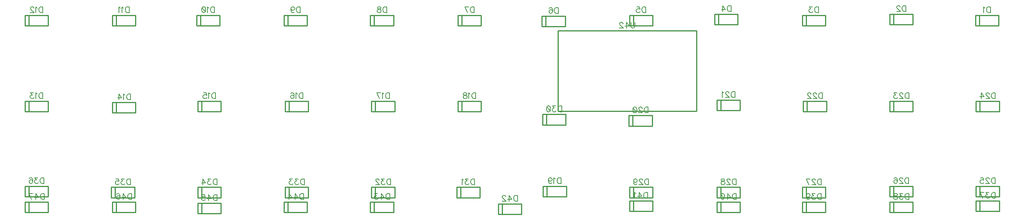
<source format=gbr>
G04 DipTrace 2.4.0.2*
%INBottomSilk.gbr*%
%MOIN*%
%ADD10C,0.0098*%
%ADD32C,0.0077*%
%FSLAX44Y44*%
G04*
G70*
G90*
G75*
G01*
%LNBotSilk*%
%LPD*%
X52010Y25151D2*
D10*
Y18150D1*
X64010D1*
Y25151D1*
X52010D1*
X88177Y26499D2*
Y25594D1*
X90186D1*
X88510Y26499D2*
Y25594D1*
X90186Y26499D2*
Y25594D1*
X88177Y26499D2*
X90186D1*
X80755Y26598D2*
Y25692D1*
X82765D1*
X81089Y26598D2*
Y25692D1*
X82765Y26598D2*
Y25692D1*
X80755Y26598D2*
X82765D1*
X73177Y26499D2*
Y25594D1*
X75186D1*
X73510Y26499D2*
Y25594D1*
X75186Y26499D2*
Y25594D1*
X73177Y26499D2*
X75186D1*
X65598Y26598D2*
Y25692D1*
X67607D1*
X65932Y26598D2*
Y25692D1*
X67607Y26598D2*
Y25692D1*
X65598Y26598D2*
X67607D1*
X58216Y26499D2*
Y25594D1*
X60225D1*
X58550Y26499D2*
Y25594D1*
X60225Y26499D2*
Y25594D1*
X58216Y26499D2*
X60225D1*
X50639Y26437D2*
Y25531D1*
X52648D1*
X50973Y26437D2*
Y25531D1*
X52648Y26437D2*
Y25531D1*
X50639Y26437D2*
X52648D1*
X43354Y26499D2*
Y25594D1*
X45363D1*
X43688Y26499D2*
Y25594D1*
X45363Y26499D2*
Y25594D1*
X43354Y26499D2*
X45363D1*
X35775D2*
Y25594D1*
X37785D1*
X36109Y26499D2*
Y25594D1*
X37785Y26499D2*
Y25594D1*
X35775Y26499D2*
X37785D1*
X28295D2*
Y25594D1*
X30304D1*
X28629Y26499D2*
Y25594D1*
X30304Y26499D2*
Y25594D1*
X28295Y26499D2*
X30304D1*
X20716D2*
Y25594D1*
X22725D1*
X21050Y26499D2*
Y25594D1*
X22725Y26499D2*
Y25594D1*
X20716Y26499D2*
X22725D1*
X13433D2*
Y25594D1*
X15442D1*
X13766Y26499D2*
Y25594D1*
X15442Y26499D2*
Y25594D1*
X13433Y26499D2*
X15442D1*
X5854D2*
Y25594D1*
X7863D1*
X6188Y26499D2*
Y25594D1*
X7863Y26499D2*
Y25594D1*
X5854Y26499D2*
X7863D1*
X5854Y19019D2*
Y18113D1*
X7863D1*
X6188Y19019D2*
Y18113D1*
X7863Y19019D2*
Y18113D1*
X5854Y19019D2*
X7863D1*
X13433Y18921D2*
Y18015D1*
X15442D1*
X13766Y18921D2*
Y18015D1*
X15442Y18921D2*
Y18015D1*
X13433Y18921D2*
X15442D1*
X20814Y19019D2*
Y18113D1*
X22824D1*
X21148Y19019D2*
Y18113D1*
X22824Y19019D2*
Y18113D1*
X20814Y19019D2*
X22824D1*
X28393D2*
Y18113D1*
X30403D1*
X28727Y19019D2*
Y18113D1*
X30403Y19019D2*
Y18113D1*
X28393Y19019D2*
X30403D1*
X35874D2*
Y18113D1*
X37883D1*
X36207Y19019D2*
Y18113D1*
X37883Y19019D2*
Y18113D1*
X35874Y19019D2*
X37883D1*
X43354D2*
Y18113D1*
X45363D1*
X43688Y19019D2*
Y18113D1*
X45363Y19019D2*
Y18113D1*
X43354Y19019D2*
X45363D1*
X50736Y11637D2*
Y10732D1*
X52745D1*
X51070Y11637D2*
Y10732D1*
X52745Y11637D2*
Y10732D1*
X50736Y11637D2*
X52745D1*
X58169Y17776D2*
Y16870D1*
X60178D1*
X58502Y17776D2*
Y16870D1*
X60178Y17776D2*
Y16870D1*
X58169Y17776D2*
X60178D1*
X65795Y19117D2*
Y18212D1*
X67804D1*
X66129Y19117D2*
Y18212D1*
X67804Y19117D2*
Y18212D1*
X65795Y19117D2*
X67804D1*
X73275Y19019D2*
Y18113D1*
X75285D1*
X73609Y19019D2*
Y18113D1*
X75285Y19019D2*
Y18113D1*
X73275Y19019D2*
X75285D1*
X80755D2*
Y18113D1*
X82765D1*
X81089Y19019D2*
Y18113D1*
X82765Y19019D2*
Y18113D1*
X80755Y19019D2*
X82765D1*
X88236D2*
Y18113D1*
X90245D1*
X88570Y19019D2*
Y18113D1*
X90245Y19019D2*
Y18113D1*
X88236Y19019D2*
X90245D1*
X88236Y11637D2*
Y10732D1*
X90245D1*
X88570Y11637D2*
Y10732D1*
X90245Y11637D2*
Y10732D1*
X88236Y11637D2*
X90245D1*
X80755D2*
Y10732D1*
X82765D1*
X81089Y11637D2*
Y10732D1*
X82765Y11637D2*
Y10732D1*
X80755Y11637D2*
X82765D1*
X73177Y11539D2*
Y10633D1*
X75186D1*
X73510Y11539D2*
Y10633D1*
X75186Y11539D2*
Y10633D1*
X73177Y11539D2*
X75186D1*
X65795D2*
Y10633D1*
X67804D1*
X66129Y11539D2*
Y10633D1*
X67804Y11539D2*
Y10633D1*
X65795Y11539D2*
X67804D1*
X58216D2*
Y10633D1*
X60225D1*
X58550Y11539D2*
Y10633D1*
X60225Y11539D2*
Y10633D1*
X58216Y11539D2*
X60225D1*
X50688Y17874D2*
Y16969D1*
X52698D1*
X51022Y17874D2*
Y16969D1*
X52698Y17874D2*
Y16969D1*
X50688Y17874D2*
X52698D1*
X43255Y11539D2*
Y10633D1*
X45265D1*
X43589Y11539D2*
Y10633D1*
X45265Y11539D2*
Y10633D1*
X43255Y11539D2*
X45265D1*
X35874D2*
Y10633D1*
X37883D1*
X36207Y11539D2*
Y10633D1*
X37883Y11539D2*
Y10633D1*
X35874Y11539D2*
X37883D1*
X28393D2*
Y10633D1*
X30403D1*
X28727Y11539D2*
Y10633D1*
X30403Y11539D2*
Y10633D1*
X28393Y11539D2*
X30403D1*
X20814D2*
Y10633D1*
X22824D1*
X21148Y11539D2*
Y10633D1*
X22824Y11539D2*
Y10633D1*
X20814Y11539D2*
X22824D1*
X13334D2*
Y10633D1*
X15344D1*
X13668Y11539D2*
Y10633D1*
X15344Y11539D2*
Y10633D1*
X13334Y11539D2*
X15344D1*
X5854Y11637D2*
Y10732D1*
X7863D1*
X6188Y11637D2*
Y10732D1*
X7863Y11637D2*
Y10732D1*
X5854Y11637D2*
X7863D1*
X88236Y10358D2*
Y9452D1*
X90245D1*
X88570Y10358D2*
Y9452D1*
X90245Y10358D2*
Y9452D1*
X88236Y10358D2*
X90245D1*
X80755Y10259D2*
Y9354D1*
X82765D1*
X81089Y10259D2*
Y9354D1*
X82765Y10259D2*
Y9354D1*
X80755Y10259D2*
X82765D1*
X73177D2*
Y9354D1*
X75186D1*
X73510Y10259D2*
Y9354D1*
X75186Y10259D2*
Y9354D1*
X73177Y10259D2*
X75186D1*
X65795D2*
Y9354D1*
X67804D1*
X66129Y10259D2*
Y9354D1*
X67804Y10259D2*
Y9354D1*
X65795Y10259D2*
X67804D1*
X58216Y10358D2*
Y9452D1*
X60225D1*
X58550Y10358D2*
Y9452D1*
X60225Y10358D2*
Y9452D1*
X58216Y10358D2*
X60225D1*
X46850Y10098D2*
Y9193D1*
X48859D1*
X47183Y10098D2*
Y9193D1*
X48859Y10098D2*
Y9193D1*
X46850Y10098D2*
X48859D1*
X35775Y10259D2*
Y9354D1*
X37785D1*
X36109Y10259D2*
Y9354D1*
X37785Y10259D2*
Y9354D1*
X35775Y10259D2*
X37785D1*
X28295D2*
Y9354D1*
X30304D1*
X28629Y10259D2*
Y9354D1*
X30304Y10259D2*
Y9354D1*
X28295Y10259D2*
X30304D1*
X20814Y10161D2*
Y9255D1*
X22824D1*
X21148Y10161D2*
Y9255D1*
X22824Y10161D2*
Y9255D1*
X20814Y10161D2*
X22824D1*
X13433Y10259D2*
Y9354D1*
X15442D1*
X13766Y10259D2*
Y9354D1*
X15442Y10259D2*
Y9354D1*
X13433Y10259D2*
X15442D1*
X5854D2*
Y9354D1*
X7863D1*
X6188Y10259D2*
Y9354D1*
X7863Y10259D2*
Y9354D1*
X5854Y10259D2*
X7863D1*
X58678Y25883D2*
D32*
Y25524D1*
X58655Y25452D1*
X58607Y25405D1*
X58535Y25380D1*
X58487D1*
X58415Y25405D1*
X58367Y25452D1*
X58343Y25524D1*
Y25883D1*
X57950Y25380D2*
Y25882D1*
X58189Y25548D1*
X57830D1*
X57652Y25763D2*
Y25787D1*
X57628Y25835D1*
X57604Y25859D1*
X57556Y25882D1*
X57460D1*
X57413Y25859D1*
X57389Y25835D1*
X57365Y25787D1*
Y25739D1*
X57389Y25691D1*
X57437Y25620D1*
X57676Y25380D1*
X57341D1*
X89486Y27232D2*
Y26729D1*
X89319D1*
X89247Y26753D1*
X89199Y26801D1*
X89175Y26849D1*
X89151Y26920D1*
Y27040D1*
X89175Y27112D1*
X89199Y27160D1*
X89247Y27208D1*
X89319Y27232D1*
X89486D1*
X88997Y27135D2*
X88949Y27160D1*
X88877Y27231D1*
Y26729D1*
X82172Y27330D2*
Y26828D1*
X82005D1*
X81933Y26852D1*
X81885Y26899D1*
X81861Y26947D1*
X81837Y27019D1*
Y27139D1*
X81861Y27211D1*
X81885Y27258D1*
X81933Y27306D1*
X82005Y27330D1*
X82172D1*
X81659Y27210D2*
Y27234D1*
X81635Y27282D1*
X81611Y27306D1*
X81563Y27329D1*
X81467D1*
X81420Y27306D1*
X81396Y27282D1*
X81372Y27234D1*
Y27186D1*
X81396Y27138D1*
X81444Y27067D1*
X81683Y26828D1*
X81348D1*
X74594Y27232D2*
Y26729D1*
X74426D1*
X74354Y26753D1*
X74306Y26801D1*
X74282Y26849D1*
X74259Y26920D1*
Y27040D1*
X74282Y27112D1*
X74306Y27160D1*
X74354Y27208D1*
X74426Y27232D1*
X74594D1*
X74056Y27231D2*
X73794D1*
X73937Y27040D1*
X73865D1*
X73817Y27016D1*
X73794Y26992D1*
X73769Y26920D1*
Y26873D1*
X73794Y26801D1*
X73841Y26753D1*
X73913Y26729D1*
X73985D1*
X74056Y26753D1*
X74080Y26777D1*
X74104Y26825D1*
X67027Y27330D2*
Y26828D1*
X66859D1*
X66787Y26852D1*
X66739Y26899D1*
X66715Y26947D1*
X66692Y27019D1*
Y27139D1*
X66715Y27211D1*
X66739Y27258D1*
X66787Y27306D1*
X66859Y27330D1*
X67027D1*
X66298Y26828D2*
Y27329D1*
X66537Y26995D1*
X66179D1*
X59633Y27232D2*
Y26729D1*
X59465D1*
X59394Y26753D1*
X59345Y26801D1*
X59322Y26849D1*
X59298Y26920D1*
Y27040D1*
X59322Y27112D1*
X59345Y27160D1*
X59394Y27208D1*
X59465Y27232D1*
X59633D1*
X58857Y27231D2*
X59095D1*
X59119Y27016D1*
X59095Y27040D1*
X59024Y27064D1*
X58952D1*
X58880Y27040D1*
X58832Y26992D1*
X58809Y26920D1*
Y26873D1*
X58832Y26801D1*
X58880Y26753D1*
X58952Y26729D1*
X59024D1*
X59095Y26753D1*
X59119Y26777D1*
X59144Y26825D1*
X52044Y27169D2*
Y26667D1*
X51876D1*
X51804Y26691D1*
X51756Y26739D1*
X51733Y26787D1*
X51709Y26858D1*
Y26978D1*
X51733Y27050D1*
X51756Y27097D1*
X51804Y27145D1*
X51876Y27169D1*
X52044D1*
X51267Y27097D2*
X51291Y27145D1*
X51363Y27169D1*
X51411D1*
X51482Y27145D1*
X51531Y27073D1*
X51554Y26954D1*
Y26834D1*
X51531Y26739D1*
X51482Y26691D1*
X51411Y26667D1*
X51387D1*
X51316Y26691D1*
X51267Y26739D1*
X51244Y26811D1*
Y26834D1*
X51267Y26906D1*
X51316Y26954D1*
X51387Y26977D1*
X51411D1*
X51482Y26954D1*
X51531Y26906D1*
X51554Y26834D1*
X44771Y27232D2*
Y26729D1*
X44603D1*
X44531Y26753D1*
X44483Y26801D1*
X44460Y26849D1*
X44436Y26920D1*
Y27040D1*
X44460Y27112D1*
X44483Y27160D1*
X44531Y27208D1*
X44603Y27232D1*
X44771D1*
X44186Y26729D2*
X43946Y27231D1*
X44281D1*
X37192Y27232D2*
Y26729D1*
X37024D1*
X36952Y26753D1*
X36904Y26801D1*
X36880Y26849D1*
X36857Y26920D1*
Y27040D1*
X36880Y27112D1*
X36904Y27160D1*
X36952Y27208D1*
X37024Y27232D1*
X37192D1*
X36583Y27231D2*
X36654Y27207D1*
X36679Y27160D1*
Y27112D1*
X36654Y27064D1*
X36607Y27040D1*
X36511Y27016D1*
X36439Y26992D1*
X36392Y26944D1*
X36368Y26897D1*
Y26825D1*
X36392Y26777D1*
X36415Y26753D1*
X36487Y26729D1*
X36583D1*
X36654Y26753D1*
X36679Y26777D1*
X36702Y26825D1*
Y26897D1*
X36679Y26944D1*
X36630Y26992D1*
X36559Y27016D1*
X36464Y27040D1*
X36415Y27064D1*
X36392Y27112D1*
Y27160D1*
X36415Y27207D1*
X36487Y27231D1*
X36583D1*
X29700Y27232D2*
Y26729D1*
X29532D1*
X29460Y26753D1*
X29412Y26801D1*
X29389Y26849D1*
X29365Y26920D1*
Y27040D1*
X29389Y27112D1*
X29412Y27160D1*
X29460Y27208D1*
X29532Y27232D1*
X29700D1*
X28899Y27064D2*
X28924Y26992D1*
X28971Y26944D1*
X29043Y26920D1*
X29067D1*
X29139Y26944D1*
X29186Y26992D1*
X29210Y27064D1*
Y27088D1*
X29186Y27160D1*
X29139Y27207D1*
X29067Y27231D1*
X29043D1*
X28971Y27207D1*
X28924Y27160D1*
X28899Y27064D1*
Y26944D1*
X28924Y26825D1*
X28971Y26753D1*
X29043Y26729D1*
X29090D1*
X29162Y26753D1*
X29186Y26801D1*
X22270Y27232D2*
Y26729D1*
X22103D1*
X22031Y26753D1*
X21983Y26801D1*
X21959Y26849D1*
X21935Y26920D1*
Y27040D1*
X21959Y27112D1*
X21983Y27160D1*
X22031Y27208D1*
X22103Y27232D1*
X22270D1*
X21781Y27135D2*
X21733Y27160D1*
X21661Y27231D1*
Y26729D1*
X21363Y27231D2*
X21435Y27207D1*
X21483Y27135D1*
X21506Y27016D1*
Y26944D1*
X21483Y26825D1*
X21435Y26753D1*
X21363Y26729D1*
X21315D1*
X21243Y26753D1*
X21196Y26825D1*
X21171Y26944D1*
Y27016D1*
X21196Y27135D1*
X21243Y27207D1*
X21315Y27231D1*
X21363D1*
X21196Y27135D2*
X21483Y26825D1*
X14879Y27232D2*
Y26729D1*
X14712D1*
X14640Y26753D1*
X14592Y26801D1*
X14568Y26849D1*
X14544Y26920D1*
Y27040D1*
X14568Y27112D1*
X14592Y27160D1*
X14640Y27208D1*
X14712Y27232D1*
X14879D1*
X14390Y27135D2*
X14342Y27160D1*
X14270Y27231D1*
Y26729D1*
X14115Y27135D2*
X14067Y27160D1*
X13995Y27231D1*
Y26729D1*
X7408Y27232D2*
Y26729D1*
X7240D1*
X7169Y26753D1*
X7120Y26801D1*
X7097Y26849D1*
X7073Y26920D1*
Y27040D1*
X7097Y27112D1*
X7120Y27160D1*
X7169Y27208D1*
X7240Y27232D1*
X7408D1*
X6919Y27135D2*
X6870Y27160D1*
X6799Y27231D1*
Y26729D1*
X6620Y27112D2*
Y27135D1*
X6596Y27183D1*
X6572Y27207D1*
X6524Y27231D1*
X6429D1*
X6381Y27207D1*
X6357Y27183D1*
X6333Y27135D1*
Y27088D1*
X6357Y27040D1*
X6405Y26968D1*
X6644Y26729D1*
X6309D1*
X7408Y19751D2*
Y19249D1*
X7240D1*
X7169Y19273D1*
X7120Y19321D1*
X7097Y19369D1*
X7073Y19440D1*
Y19560D1*
X7097Y19632D1*
X7120Y19679D1*
X7169Y19727D1*
X7240Y19751D1*
X7408D1*
X6919Y19655D2*
X6870Y19679D1*
X6799Y19751D1*
Y19249D1*
X6596Y19751D2*
X6334D1*
X6477Y19559D1*
X6405D1*
X6357Y19536D1*
X6334Y19512D1*
X6309Y19440D1*
Y19393D1*
X6334Y19321D1*
X6381Y19273D1*
X6453Y19249D1*
X6525D1*
X6596Y19273D1*
X6620Y19297D1*
X6644Y19344D1*
X14998Y19653D2*
Y19150D1*
X14831D1*
X14759Y19175D1*
X14711Y19222D1*
X14687Y19270D1*
X14664Y19342D1*
Y19462D1*
X14687Y19533D1*
X14711Y19581D1*
X14759Y19629D1*
X14831Y19653D1*
X14998D1*
X14509Y19557D2*
X14461Y19581D1*
X14389Y19652D1*
Y19150D1*
X13995D2*
Y19652D1*
X14235Y19318D1*
X13876D1*
X22368Y19751D2*
Y19249D1*
X22201D1*
X22129Y19273D1*
X22081Y19321D1*
X22057Y19369D1*
X22034Y19440D1*
Y19560D1*
X22057Y19632D1*
X22081Y19679D1*
X22129Y19727D1*
X22201Y19751D1*
X22368D1*
X21879Y19655D2*
X21831Y19679D1*
X21759Y19751D1*
Y19249D1*
X21318Y19751D2*
X21557D1*
X21580Y19536D1*
X21557Y19559D1*
X21485Y19584D1*
X21414D1*
X21342Y19559D1*
X21294Y19512D1*
X21270Y19440D1*
Y19393D1*
X21294Y19321D1*
X21342Y19273D1*
X21414Y19249D1*
X21485D1*
X21557Y19273D1*
X21580Y19297D1*
X21605Y19344D1*
X29935Y19751D2*
Y19249D1*
X29768D1*
X29696Y19273D1*
X29648Y19321D1*
X29624Y19369D1*
X29600Y19440D1*
Y19560D1*
X29624Y19632D1*
X29648Y19679D1*
X29696Y19727D1*
X29768Y19751D1*
X29935D1*
X29446Y19655D2*
X29398Y19679D1*
X29326Y19751D1*
Y19249D1*
X28885Y19679D2*
X28908Y19727D1*
X28980Y19751D1*
X29028D1*
X29100Y19727D1*
X29148Y19655D1*
X29171Y19536D1*
Y19416D1*
X29148Y19321D1*
X29100Y19273D1*
X29028Y19249D1*
X29004D1*
X28933Y19273D1*
X28885Y19321D1*
X28861Y19393D1*
Y19416D1*
X28885Y19488D1*
X28933Y19536D1*
X29004Y19559D1*
X29028D1*
X29100Y19536D1*
X29148Y19488D1*
X29171Y19416D1*
X37428Y19751D2*
Y19249D1*
X37260D1*
X37188Y19273D1*
X37140Y19321D1*
X37116Y19369D1*
X37093Y19440D1*
Y19560D1*
X37116Y19632D1*
X37140Y19679D1*
X37188Y19727D1*
X37260Y19751D1*
X37428D1*
X36938Y19655D2*
X36890Y19679D1*
X36818Y19751D1*
Y19249D1*
X36568D2*
X36329Y19751D1*
X36664D1*
X44908D2*
Y19249D1*
X44740D1*
X44668Y19273D1*
X44620Y19321D1*
X44596Y19369D1*
X44573Y19440D1*
Y19560D1*
X44596Y19632D1*
X44620Y19679D1*
X44668Y19727D1*
X44740Y19751D1*
X44908D1*
X44418Y19655D2*
X44370Y19679D1*
X44298Y19751D1*
Y19249D1*
X44025Y19751D2*
X44096Y19727D1*
X44120Y19679D1*
Y19631D1*
X44096Y19584D1*
X44048Y19559D1*
X43953Y19536D1*
X43881Y19512D1*
X43833Y19464D1*
X43810Y19416D1*
Y19344D1*
X43833Y19297D1*
X43857Y19273D1*
X43929Y19249D1*
X44025D1*
X44096Y19273D1*
X44120Y19297D1*
X44144Y19344D1*
Y19416D1*
X44120Y19464D1*
X44072Y19512D1*
X44001Y19536D1*
X43905Y19559D1*
X43857Y19584D1*
X43833Y19631D1*
Y19679D1*
X43857Y19727D1*
X43929Y19751D1*
X44025D1*
X52278Y12369D2*
Y11867D1*
X52110D1*
X52039Y11891D1*
X51990Y11939D1*
X51967Y11987D1*
X51943Y12058D1*
Y12178D1*
X51967Y12250D1*
X51990Y12297D1*
X52039Y12346D1*
X52110Y12369D1*
X52278D1*
X51789Y12273D2*
X51740Y12297D1*
X51669Y12369D1*
Y11867D1*
X51203Y12202D2*
X51227Y12130D1*
X51275Y12082D1*
X51347Y12058D1*
X51370D1*
X51442Y12082D1*
X51490Y12130D1*
X51514Y12202D1*
Y12226D1*
X51490Y12297D1*
X51442Y12345D1*
X51370Y12369D1*
X51347D1*
X51275Y12345D1*
X51227Y12297D1*
X51203Y12202D1*
Y12082D1*
X51227Y11963D1*
X51275Y11891D1*
X51347Y11867D1*
X51394D1*
X51466Y11891D1*
X51490Y11939D1*
X59830Y18508D2*
Y18005D1*
X59663D1*
X59591Y18030D1*
X59543Y18077D1*
X59519Y18125D1*
X59495Y18197D1*
Y18317D1*
X59519Y18388D1*
X59543Y18436D1*
X59591Y18484D1*
X59663Y18508D1*
X59830D1*
X59316Y18388D2*
Y18412D1*
X59293Y18460D1*
X59269Y18484D1*
X59221Y18507D1*
X59125D1*
X59078Y18484D1*
X59054Y18460D1*
X59030Y18412D1*
Y18364D1*
X59054Y18316D1*
X59101Y18245D1*
X59341Y18005D1*
X59006D1*
X58708Y18507D2*
X58780Y18484D1*
X58828Y18412D1*
X58851Y18292D1*
Y18220D1*
X58828Y18101D1*
X58780Y18029D1*
X58708Y18005D1*
X58660D1*
X58588Y18029D1*
X58541Y18101D1*
X58516Y18220D1*
Y18292D1*
X58541Y18412D1*
X58588Y18484D1*
X58660Y18507D1*
X58708D1*
X58541Y18412D2*
X58828Y18101D1*
X67349Y19850D2*
Y19347D1*
X67181D1*
X67109Y19372D1*
X67061Y19419D1*
X67038Y19467D1*
X67014Y19538D1*
Y19658D1*
X67038Y19730D1*
X67061Y19778D1*
X67109Y19826D1*
X67181Y19850D1*
X67349D1*
X66835Y19730D2*
Y19753D1*
X66811Y19802D1*
X66788Y19825D1*
X66740Y19849D1*
X66644D1*
X66596Y19825D1*
X66573Y19802D1*
X66548Y19753D1*
Y19706D1*
X66573Y19658D1*
X66620Y19587D1*
X66859Y19347D1*
X66525D1*
X66370Y19753D2*
X66322Y19778D1*
X66250Y19849D1*
Y19347D1*
X74937Y19751D2*
Y19249D1*
X74769D1*
X74697Y19273D1*
X74649Y19321D1*
X74625Y19369D1*
X74602Y19440D1*
Y19560D1*
X74625Y19632D1*
X74649Y19679D1*
X74697Y19727D1*
X74769Y19751D1*
X74937D1*
X74423Y19631D2*
Y19655D1*
X74399Y19703D1*
X74375Y19727D1*
X74327Y19751D1*
X74232D1*
X74184Y19727D1*
X74160Y19703D1*
X74136Y19655D1*
Y19608D1*
X74160Y19559D1*
X74208Y19488D1*
X74447Y19249D1*
X74112D1*
X73934Y19631D2*
Y19655D1*
X73910Y19703D1*
X73886Y19727D1*
X73838Y19751D1*
X73742D1*
X73695Y19727D1*
X73671Y19703D1*
X73647Y19655D1*
Y19608D1*
X73671Y19559D1*
X73719Y19488D1*
X73958Y19249D1*
X73623D1*
X82417Y19751D2*
Y19249D1*
X82249D1*
X82178Y19273D1*
X82130Y19321D1*
X82106Y19369D1*
X82082Y19440D1*
Y19560D1*
X82106Y19632D1*
X82130Y19679D1*
X82178Y19727D1*
X82249Y19751D1*
X82417D1*
X81903Y19631D2*
Y19655D1*
X81880Y19703D1*
X81856Y19727D1*
X81808Y19751D1*
X81712D1*
X81665Y19727D1*
X81641Y19703D1*
X81616Y19655D1*
Y19608D1*
X81641Y19559D1*
X81688Y19488D1*
X81928Y19249D1*
X81593D1*
X81390Y19751D2*
X81128D1*
X81271Y19559D1*
X81199D1*
X81151Y19536D1*
X81128Y19512D1*
X81103Y19440D1*
Y19393D1*
X81128Y19321D1*
X81175Y19273D1*
X81247Y19249D1*
X81319D1*
X81390Y19273D1*
X81414Y19297D1*
X81438Y19344D1*
X89909Y19751D2*
Y19249D1*
X89742D1*
X89670Y19273D1*
X89622Y19321D1*
X89598Y19369D1*
X89574Y19440D1*
Y19560D1*
X89598Y19632D1*
X89622Y19679D1*
X89670Y19727D1*
X89742Y19751D1*
X89909D1*
X89395Y19631D2*
Y19655D1*
X89372Y19703D1*
X89348Y19727D1*
X89300Y19751D1*
X89204D1*
X89157Y19727D1*
X89133Y19703D1*
X89109Y19655D1*
Y19608D1*
X89133Y19559D1*
X89180Y19488D1*
X89420Y19249D1*
X89085D1*
X88691D2*
Y19751D1*
X88930Y19416D1*
X88572D1*
X89897Y12369D2*
Y11867D1*
X89730D1*
X89658Y11891D1*
X89610Y11939D1*
X89586Y11987D1*
X89562Y12058D1*
Y12178D1*
X89586Y12250D1*
X89610Y12297D1*
X89658Y12346D1*
X89730Y12369D1*
X89897D1*
X89384Y12249D2*
Y12273D1*
X89360Y12321D1*
X89336Y12345D1*
X89288Y12369D1*
X89192D1*
X89145Y12345D1*
X89121Y12321D1*
X89097Y12273D1*
Y12226D1*
X89121Y12178D1*
X89169Y12106D1*
X89408Y11867D1*
X89073D1*
X88632Y12369D2*
X88870D1*
X88894Y12154D1*
X88870Y12178D1*
X88799Y12202D1*
X88727D1*
X88655Y12178D1*
X88607Y12130D1*
X88584Y12058D1*
Y12011D1*
X88607Y11939D1*
X88655Y11891D1*
X88727Y11867D1*
X88799D1*
X88870Y11891D1*
X88894Y11915D1*
X88919Y11963D1*
X82405Y12369D2*
Y11867D1*
X82237D1*
X82165Y11891D1*
X82117Y11939D1*
X82094Y11987D1*
X82070Y12058D1*
Y12178D1*
X82094Y12250D1*
X82117Y12297D1*
X82165Y12346D1*
X82237Y12369D1*
X82405D1*
X81891Y12249D2*
Y12273D1*
X81867Y12321D1*
X81844Y12345D1*
X81795Y12369D1*
X81700D1*
X81652Y12345D1*
X81629Y12321D1*
X81604Y12273D1*
Y12226D1*
X81629Y12178D1*
X81676Y12106D1*
X81915Y11867D1*
X81580D1*
X81139Y12297D2*
X81163Y12345D1*
X81235Y12369D1*
X81282D1*
X81354Y12345D1*
X81402Y12273D1*
X81426Y12154D1*
Y12034D1*
X81402Y11939D1*
X81354Y11891D1*
X81282Y11867D1*
X81259D1*
X81187Y11891D1*
X81139Y11939D1*
X81115Y12011D1*
Y12034D1*
X81139Y12106D1*
X81187Y12154D1*
X81259Y12178D1*
X81282D1*
X81354Y12154D1*
X81402Y12106D1*
X81426Y12034D1*
X74838Y12271D2*
Y11769D1*
X74671D1*
X74599Y11793D1*
X74551Y11840D1*
X74527Y11888D1*
X74503Y11960D1*
Y12080D1*
X74527Y12152D1*
X74551Y12199D1*
X74599Y12247D1*
X74671Y12271D1*
X74838D1*
X74325Y12151D2*
Y12175D1*
X74301Y12223D1*
X74277Y12247D1*
X74229Y12270D1*
X74133D1*
X74086Y12247D1*
X74062Y12223D1*
X74038Y12175D1*
Y12127D1*
X74062Y12079D1*
X74110Y12008D1*
X74349Y11769D1*
X74014D1*
X73764D2*
X73525Y12270D1*
X73860D1*
X67456Y12271D2*
Y11769D1*
X67289D1*
X67217Y11793D1*
X67169Y11840D1*
X67145Y11888D1*
X67121Y11960D1*
Y12080D1*
X67145Y12152D1*
X67169Y12199D1*
X67217Y12247D1*
X67289Y12271D1*
X67456D1*
X66942Y12151D2*
Y12175D1*
X66919Y12223D1*
X66895Y12247D1*
X66847Y12270D1*
X66751D1*
X66704Y12247D1*
X66680Y12223D1*
X66656Y12175D1*
Y12127D1*
X66680Y12079D1*
X66727Y12008D1*
X66967Y11769D1*
X66632D1*
X66358Y12270D2*
X66429Y12247D1*
X66454Y12199D1*
Y12151D1*
X66429Y12103D1*
X66382Y12079D1*
X66286Y12055D1*
X66214Y12032D1*
X66167Y11984D1*
X66143Y11936D1*
Y11864D1*
X66167Y11817D1*
X66191Y11792D1*
X66262Y11769D1*
X66358D1*
X66429Y11792D1*
X66454Y11817D1*
X66477Y11864D1*
Y11936D1*
X66454Y11984D1*
X66406Y12032D1*
X66334Y12055D1*
X66239Y12079D1*
X66191Y12103D1*
X66167Y12151D1*
Y12199D1*
X66191Y12247D1*
X66262Y12270D1*
X66358D1*
X59866Y12271D2*
Y11769D1*
X59698D1*
X59626Y11793D1*
X59578Y11840D1*
X59554Y11888D1*
X59531Y11960D1*
Y12080D1*
X59554Y12152D1*
X59578Y12199D1*
X59626Y12247D1*
X59698Y12271D1*
X59866D1*
X59352Y12151D2*
Y12175D1*
X59328Y12223D1*
X59304Y12247D1*
X59256Y12270D1*
X59161D1*
X59113Y12247D1*
X59089Y12223D1*
X59065Y12175D1*
Y12127D1*
X59089Y12079D1*
X59137Y12008D1*
X59376Y11769D1*
X59041D1*
X58576Y12103D2*
X58600Y12032D1*
X58648Y11984D1*
X58720Y11960D1*
X58743D1*
X58815Y11984D1*
X58863Y12032D1*
X58887Y12103D1*
Y12127D1*
X58863Y12199D1*
X58815Y12247D1*
X58743Y12270D1*
X58720D1*
X58648Y12247D1*
X58600Y12199D1*
X58576Y12103D1*
Y11984D1*
X58600Y11864D1*
X58648Y11792D1*
X58720Y11769D1*
X58767D1*
X58839Y11792D1*
X58863Y11840D1*
X52350Y18606D2*
Y18104D1*
X52182D1*
X52110Y18128D1*
X52062Y18176D1*
X52039Y18224D1*
X52015Y18295D1*
Y18415D1*
X52039Y18487D1*
X52062Y18534D1*
X52110Y18582D1*
X52182Y18606D1*
X52350D1*
X51812D2*
X51550D1*
X51693Y18414D1*
X51621D1*
X51574Y18391D1*
X51550Y18367D1*
X51525Y18295D1*
Y18248D1*
X51550Y18176D1*
X51597Y18128D1*
X51669Y18104D1*
X51741D1*
X51812Y18128D1*
X51836Y18152D1*
X51860Y18199D1*
X51227Y18606D2*
X51299Y18582D1*
X51347Y18510D1*
X51371Y18391D1*
Y18319D1*
X51347Y18199D1*
X51299Y18128D1*
X51227Y18104D1*
X51180D1*
X51108Y18128D1*
X51060Y18199D1*
X51036Y18319D1*
Y18391D1*
X51060Y18510D1*
X51108Y18582D1*
X51180Y18606D1*
X51227D1*
X51060Y18510D2*
X51347Y18199D1*
X44809Y12271D2*
Y11769D1*
X44642D1*
X44570Y11793D1*
X44522Y11840D1*
X44498Y11888D1*
X44474Y11960D1*
Y12080D1*
X44498Y12152D1*
X44522Y12199D1*
X44570Y12247D1*
X44642Y12271D1*
X44809D1*
X44272Y12270D2*
X44009D1*
X44153Y12079D1*
X44081D1*
X44033Y12055D1*
X44009Y12032D1*
X43985Y11960D1*
Y11912D1*
X44009Y11840D1*
X44057Y11792D1*
X44129Y11769D1*
X44201D1*
X44272Y11792D1*
X44296Y11817D1*
X44320Y11864D1*
X43831Y12175D2*
X43783Y12199D1*
X43711Y12270D1*
Y11769D1*
X37535Y12271D2*
Y11769D1*
X37368D1*
X37296Y11793D1*
X37248Y11840D1*
X37224Y11888D1*
X37200Y11960D1*
Y12080D1*
X37224Y12152D1*
X37248Y12199D1*
X37296Y12247D1*
X37368Y12271D1*
X37535D1*
X36998Y12270D2*
X36735D1*
X36878Y12079D1*
X36806D1*
X36759Y12055D1*
X36735Y12032D1*
X36711Y11960D1*
Y11912D1*
X36735Y11840D1*
X36783Y11792D1*
X36854Y11769D1*
X36926D1*
X36998Y11792D1*
X37021Y11817D1*
X37046Y11864D1*
X36532Y12151D2*
Y12175D1*
X36508Y12223D1*
X36485Y12247D1*
X36436Y12270D1*
X36341D1*
X36293Y12247D1*
X36270Y12223D1*
X36245Y12175D1*
Y12127D1*
X36270Y12079D1*
X36317Y12008D1*
X36556Y11769D1*
X36221D1*
X30055Y12271D2*
Y11769D1*
X29887D1*
X29815Y11793D1*
X29767Y11840D1*
X29744Y11888D1*
X29720Y11960D1*
Y12080D1*
X29744Y12152D1*
X29767Y12199D1*
X29815Y12247D1*
X29887Y12271D1*
X30055D1*
X29517Y12270D2*
X29255D1*
X29398Y12079D1*
X29326D1*
X29279Y12055D1*
X29255Y12032D1*
X29230Y11960D1*
Y11912D1*
X29255Y11840D1*
X29302Y11792D1*
X29374Y11769D1*
X29446D1*
X29517Y11792D1*
X29541Y11817D1*
X29565Y11864D1*
X29028Y12270D2*
X28765D1*
X28909Y12079D1*
X28837D1*
X28789Y12055D1*
X28765Y12032D1*
X28741Y11960D1*
Y11912D1*
X28765Y11840D1*
X28813Y11792D1*
X28885Y11769D1*
X28957D1*
X29028Y11792D1*
X29052Y11817D1*
X29076Y11864D1*
X22488Y12271D2*
Y11769D1*
X22320D1*
X22249Y11793D1*
X22200Y11840D1*
X22177Y11888D1*
X22153Y11960D1*
Y12080D1*
X22177Y12152D1*
X22200Y12199D1*
X22249Y12247D1*
X22320Y12271D1*
X22488D1*
X21950Y12270D2*
X21688D1*
X21831Y12079D1*
X21759D1*
X21712Y12055D1*
X21688Y12032D1*
X21664Y11960D1*
Y11912D1*
X21688Y11840D1*
X21735Y11792D1*
X21807Y11769D1*
X21879D1*
X21950Y11792D1*
X21974Y11817D1*
X21999Y11864D1*
X21270Y11769D2*
Y12270D1*
X21509Y11936D1*
X21150D1*
X14996Y12271D2*
Y11769D1*
X14828D1*
X14756Y11793D1*
X14708Y11840D1*
X14684Y11888D1*
X14661Y11960D1*
Y12080D1*
X14684Y12152D1*
X14708Y12199D1*
X14756Y12247D1*
X14828Y12271D1*
X14996D1*
X14458Y12270D2*
X14196D1*
X14339Y12079D1*
X14267D1*
X14219Y12055D1*
X14196Y12032D1*
X14171Y11960D1*
Y11912D1*
X14196Y11840D1*
X14243Y11792D1*
X14315Y11769D1*
X14387D1*
X14458Y11792D1*
X14482Y11817D1*
X14506Y11864D1*
X13730Y12270D2*
X13969D1*
X13993Y12055D1*
X13969Y12079D1*
X13897Y12103D1*
X13826D1*
X13754Y12079D1*
X13706Y12032D1*
X13682Y11960D1*
Y11912D1*
X13706Y11840D1*
X13754Y11792D1*
X13826Y11769D1*
X13897D1*
X13969Y11792D1*
X13993Y11817D1*
X14017Y11864D1*
X7503Y12369D2*
Y11867D1*
X7336D1*
X7264Y11891D1*
X7216Y11939D1*
X7192Y11987D1*
X7168Y12058D1*
Y12178D1*
X7192Y12250D1*
X7216Y12297D1*
X7264Y12346D1*
X7336Y12369D1*
X7503D1*
X6966D2*
X6703D1*
X6846Y12178D1*
X6775D1*
X6727Y12154D1*
X6703Y12130D1*
X6679Y12058D1*
Y12011D1*
X6703Y11939D1*
X6751Y11891D1*
X6823Y11867D1*
X6894D1*
X6966Y11891D1*
X6990Y11915D1*
X7014Y11963D1*
X6238Y12297D2*
X6261Y12345D1*
X6333Y12369D1*
X6381D1*
X6453Y12345D1*
X6501Y12273D1*
X6525Y12154D1*
Y12034D1*
X6501Y11939D1*
X6453Y11891D1*
X6381Y11867D1*
X6357D1*
X6286Y11891D1*
X6238Y11939D1*
X6214Y12011D1*
Y12034D1*
X6238Y12106D1*
X6286Y12154D1*
X6357Y12178D1*
X6381D1*
X6453Y12154D1*
X6501Y12106D1*
X6525Y12034D1*
X89897Y11090D2*
Y10587D1*
X89730D1*
X89658Y10612D1*
X89610Y10659D1*
X89586Y10707D1*
X89562Y10779D1*
Y10899D1*
X89586Y10970D1*
X89610Y11018D1*
X89658Y11066D1*
X89730Y11090D1*
X89897D1*
X89360Y11089D2*
X89097D1*
X89240Y10898D1*
X89169D1*
X89121Y10874D1*
X89097Y10850D1*
X89073Y10779D1*
Y10731D1*
X89097Y10659D1*
X89145Y10611D1*
X89217Y10587D1*
X89289D1*
X89360Y10611D1*
X89384Y10635D1*
X89408Y10683D1*
X88823Y10587D2*
X88584Y11089D1*
X88919D1*
X82417Y10991D2*
Y10489D1*
X82249D1*
X82177Y10513D1*
X82129Y10561D1*
X82105Y10609D1*
X82082Y10680D1*
Y10800D1*
X82105Y10872D1*
X82129Y10920D1*
X82177Y10968D1*
X82249Y10991D1*
X82417D1*
X81879D2*
X81617D1*
X81760Y10800D1*
X81688D1*
X81640Y10776D1*
X81617Y10752D1*
X81592Y10680D1*
Y10633D1*
X81617Y10561D1*
X81664Y10513D1*
X81736Y10489D1*
X81808D1*
X81879Y10513D1*
X81903Y10537D1*
X81927Y10585D1*
X81319Y10991D2*
X81390Y10967D1*
X81414Y10920D1*
Y10871D1*
X81390Y10824D1*
X81342Y10800D1*
X81247Y10776D1*
X81175Y10752D1*
X81127Y10704D1*
X81104Y10656D1*
Y10585D1*
X81127Y10537D1*
X81151Y10513D1*
X81223Y10489D1*
X81319D1*
X81390Y10513D1*
X81414Y10537D1*
X81438Y10585D1*
Y10656D1*
X81414Y10704D1*
X81366Y10752D1*
X81295Y10776D1*
X81199Y10800D1*
X81151Y10824D1*
X81127Y10871D1*
Y10920D1*
X81151Y10967D1*
X81223Y10991D1*
X81319D1*
X74826D2*
Y10489D1*
X74659D1*
X74587Y10513D1*
X74539Y10561D1*
X74515Y10609D1*
X74491Y10680D1*
Y10800D1*
X74515Y10872D1*
X74539Y10920D1*
X74587Y10968D1*
X74659Y10991D1*
X74826D1*
X74289D2*
X74026D1*
X74169Y10800D1*
X74098D1*
X74050Y10776D1*
X74026Y10752D1*
X74002Y10680D1*
Y10633D1*
X74026Y10561D1*
X74074Y10513D1*
X74146Y10489D1*
X74218D1*
X74289Y10513D1*
X74313Y10537D1*
X74337Y10585D1*
X73536Y10824D2*
X73561Y10752D1*
X73608Y10704D1*
X73680Y10680D1*
X73704D1*
X73776Y10704D1*
X73823Y10752D1*
X73848Y10824D1*
Y10848D1*
X73823Y10920D1*
X73776Y10967D1*
X73704Y10991D1*
X73680D1*
X73608Y10967D1*
X73561Y10920D1*
X73536Y10824D1*
Y10704D1*
X73561Y10585D1*
X73608Y10513D1*
X73680Y10489D1*
X73728D1*
X73800Y10513D1*
X73823Y10561D1*
X67468Y10991D2*
Y10489D1*
X67301D1*
X67229Y10513D1*
X67181Y10561D1*
X67157Y10609D1*
X67133Y10680D1*
Y10800D1*
X67157Y10872D1*
X67181Y10920D1*
X67229Y10968D1*
X67301Y10991D1*
X67468D1*
X66740Y10489D2*
Y10991D1*
X66979Y10656D1*
X66620D1*
X66322Y10991D2*
X66394Y10967D1*
X66442Y10895D1*
X66466Y10776D1*
Y10704D1*
X66442Y10585D1*
X66394Y10513D1*
X66322Y10489D1*
X66275D1*
X66203Y10513D1*
X66155Y10585D1*
X66131Y10704D1*
Y10776D1*
X66155Y10895D1*
X66203Y10967D1*
X66275Y10991D1*
X66322D1*
X66155Y10895D2*
X66442Y10585D1*
X59782Y11090D2*
Y10587D1*
X59614D1*
X59543Y10612D1*
X59495Y10659D1*
X59471Y10707D1*
X59447Y10779D1*
Y10899D1*
X59471Y10970D1*
X59495Y11018D1*
X59543Y11066D1*
X59614Y11090D1*
X59782D1*
X59053Y10587D2*
Y11089D1*
X59293Y10755D1*
X58934D1*
X58780Y10994D2*
X58731Y11018D1*
X58660Y11089D1*
Y10587D1*
X48523Y10831D2*
Y10328D1*
X48356D1*
X48284Y10353D1*
X48236Y10400D1*
X48212Y10448D1*
X48188Y10519D1*
Y10639D1*
X48212Y10711D1*
X48236Y10759D1*
X48284Y10807D1*
X48356Y10831D1*
X48523D1*
X47794Y10328D2*
Y10830D1*
X48034Y10496D1*
X47675D1*
X47496Y10711D2*
Y10734D1*
X47473Y10783D1*
X47449Y10806D1*
X47401Y10830D1*
X47305D1*
X47258Y10806D1*
X47234Y10783D1*
X47209Y10734D1*
Y10687D1*
X47234Y10639D1*
X47281Y10568D1*
X47521Y10328D1*
X47186D1*
X37448Y10991D2*
Y10489D1*
X37281D1*
X37209Y10513D1*
X37161Y10561D1*
X37137Y10609D1*
X37114Y10680D1*
Y10800D1*
X37137Y10872D1*
X37161Y10920D1*
X37209Y10968D1*
X37281Y10991D1*
X37448D1*
X36720Y10489D2*
Y10991D1*
X36959Y10656D1*
X36600D1*
X36398Y10991D2*
X36135D1*
X36279Y10800D1*
X36207D1*
X36159Y10776D1*
X36135Y10752D1*
X36111Y10680D1*
Y10633D1*
X36135Y10561D1*
X36183Y10513D1*
X36255Y10489D1*
X36327D1*
X36398Y10513D1*
X36422Y10537D1*
X36446Y10585D1*
X29980Y10991D2*
Y10489D1*
X29813D1*
X29741Y10513D1*
X29693Y10561D1*
X29669Y10609D1*
X29645Y10680D1*
Y10800D1*
X29669Y10872D1*
X29693Y10920D1*
X29741Y10968D1*
X29813Y10991D1*
X29980D1*
X29251Y10489D2*
Y10991D1*
X29491Y10656D1*
X29132D1*
X28738Y10489D2*
Y10991D1*
X28978Y10656D1*
X28619D1*
X22488Y10893D2*
Y10391D1*
X22320D1*
X22249Y10415D1*
X22200Y10462D1*
X22177Y10510D1*
X22153Y10582D1*
Y10702D1*
X22177Y10774D1*
X22200Y10821D1*
X22249Y10869D1*
X22320Y10893D1*
X22488D1*
X21759Y10391D2*
Y10892D1*
X21999Y10558D1*
X21640D1*
X21199Y10892D2*
X21437D1*
X21461Y10677D1*
X21437Y10701D1*
X21365Y10725D1*
X21294D1*
X21222Y10701D1*
X21174Y10654D1*
X21150Y10582D1*
Y10534D1*
X21174Y10462D1*
X21222Y10414D1*
X21294Y10391D1*
X21365D1*
X21437Y10414D1*
X21461Y10439D1*
X21485Y10486D1*
X15094Y10991D2*
Y10489D1*
X14926D1*
X14854Y10513D1*
X14806Y10561D1*
X14783Y10609D1*
X14759Y10680D1*
Y10800D1*
X14783Y10872D1*
X14806Y10920D1*
X14854Y10968D1*
X14926Y10991D1*
X15094D1*
X14365Y10489D2*
Y10991D1*
X14604Y10656D1*
X14246D1*
X13805Y10920D2*
X13828Y10967D1*
X13900Y10991D1*
X13948D1*
X14020Y10967D1*
X14068Y10895D1*
X14091Y10776D1*
Y10656D1*
X14068Y10561D1*
X14020Y10513D1*
X13948Y10489D1*
X13924D1*
X13853Y10513D1*
X13805Y10561D1*
X13781Y10633D1*
Y10656D1*
X13805Y10728D1*
X13853Y10776D1*
X13924Y10800D1*
X13948D1*
X14020Y10776D1*
X14068Y10728D1*
X14091Y10656D1*
X7527Y10991D2*
Y10489D1*
X7360D1*
X7288Y10513D1*
X7240Y10561D1*
X7216Y10609D1*
X7192Y10680D1*
Y10800D1*
X7216Y10872D1*
X7240Y10920D1*
X7288Y10968D1*
X7360Y10991D1*
X7527D1*
X6799Y10489D2*
Y10991D1*
X7038Y10656D1*
X6679D1*
X6429Y10489D2*
X6190Y10991D1*
X6525D1*
M02*

</source>
